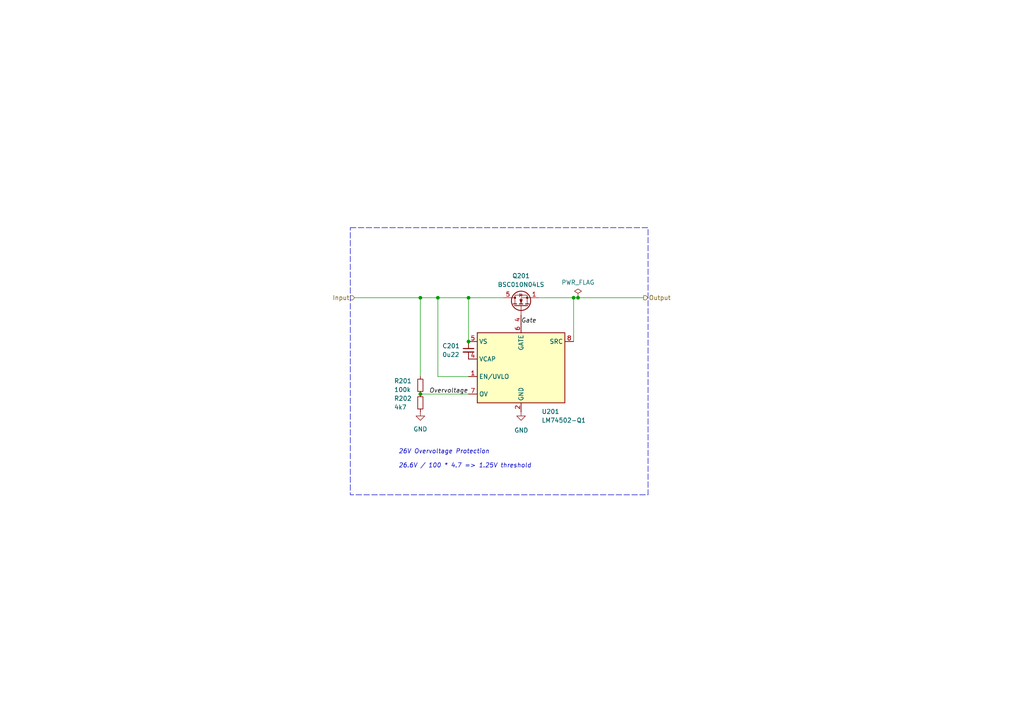
<source format=kicad_sch>
(kicad_sch (version 20231120) (generator "eeschema") (generator_version "8.0")
  (paper "A4")
  (title_block (title "Polarity Protection") (date "2023-08-08") (rev "2") (company "Versio Duo"))
  (lib_symbols
    (symbol "Device:C_Small" (pin_numbers hide) (pin_names (offset 0.254) hide)
      (property "Reference" "C" (at 0.254 1.778 0))
      (property "Value" "C_Small" (at 0.254 -2.032 0))
      (symbol "C_Small_0_1"
        (polyline (pts (xy -1.524 -0.508) (xy 1.524 -0.508)) (stroke (width 0.3302)))
        (polyline (pts (xy -1.524 0.508) (xy 1.524 0.508)) (stroke (width 0.3048)))
      )
      (symbol "C_Small_1_1"
        (pin passive line (at 0 2.54 270) (length 2.032) (name "~") (number "1"))
        (pin passive line (at 0 -2.54 90) (length 2.032) (name "~") (number "2"))
      )
    )
    (symbol "Device:R_Small" (pin_numbers hide) (pin_names (offset 0.254) hide)
      (property "Reference" "R" (at 0.762 0.508 0))
      (property "Value" "R_Small" (at 0.762 -1.016 0))
      (symbol "R_Small_0_1"
        (rectangle (start -0.762 1.778) (end 0.762 -1.778) (stroke (width 0.2032)))
      )
      (symbol "R_Small_1_1"
        (pin passive line (at 0 2.54 270) (length 0.762) (name "~") (number "1"))
        (pin passive line (at 0 -2.54 90) (length 0.762) (name "~") (number "2"))
      )
    )
    (symbol "V2_Power_Management:LM74502-Q1"
      (property "Reference" "U" (at 2.54 -12.7 0))
      (property "Value" "LM74502-Q1" (at 2.54 -15.24 0))
      (symbol "LM74502-Q1_0_1"
        (rectangle (start -12.7 10.16) (end 12.7 -10.16) (stroke (width 0.254)) (fill (type background)))
      )
      (symbol "LM74502-Q1_1_1"
        (pin passive line (at -15.24 -2.54 0) (length 2.54) (name "EN/UVLO") (number "1"))
        (pin power_in line (at 0 -12.7 90) (length 2.54) (name "GND") (number "2"))
        (pin no_connect line (at 5.08 -25.4 0) (length 2.54) hide (name "") (number "3"))
        (pin bidirectional line (at -15.24 2.54 0) (length 2.54) (name "VCAP") (number "4"))
        (pin input line (at -15.24 7.62 0) (length 2.54) (name "VS") (number "5"))
        (pin output line (at 0 12.7 270) (length 2.54) (name "GATE") (number "6"))
        (pin input line (at -15.24 -7.62 0) (length 2.54) (name "OV") (number "7"))
        (pin input line (at 15.24 7.62 180) (length 2.54) (name "SRC") (number "8"))
      )
    )
    (symbol "V2_Transistor_FET:BSC010N04LS" (pin_names hide)
      (property "Reference" "Q" (at 5.08 1.905 0))
      (property "Value" "BSC010N04LS" (at 5.08 0 0))
      (symbol "BSC010N04LS_0_1"
        (polyline (pts (xy 0.254 0) (xy -2.54 0)))
        (polyline (pts (xy 0.254 1.905) (xy 0.254 -1.905)) (stroke (width 0.254)))
        (polyline (pts (xy 0.762 -1.27) (xy 0.762 -2.286)) (stroke (width 0.254)))
        (polyline (pts (xy 0.762 0.508) (xy 0.762 -0.508)) (stroke (width 0.254)))
        (polyline (pts (xy 0.762 2.286) (xy 0.762 1.27)) (stroke (width 0.254)))
        (polyline (pts (xy 2.54 2.54) (xy 2.54 1.778)))
        (polyline (pts (xy 2.54 -2.54) (xy 2.54 0) (xy 0.762 0)))
        (polyline (pts (xy 0.762 -1.778) (xy 3.302 -1.778) (xy 3.302 1.778) (xy 0.762 1.778)))
        (polyline (pts (xy 1.016 0) (xy 2.032 0.381) (xy 2.032 -0.381) (xy 1.016 0)) (fill (type outline)))
        (polyline (pts (xy 2.794 0.508) (xy 2.921 0.381) (xy 3.683 0.381) (xy 3.81 0.254)))
        (polyline (pts (xy 3.302 0.381) (xy 2.921 -0.254) (xy 3.683 -0.254) (xy 3.302 0.381)))
        (circle (center 1.651 0) (radius 2.794) (stroke (width 0.254)))
        (circle (center 2.54 -1.778) (radius 0.254) (fill (type outline)))
        (circle (center 2.54 1.778) (radius 0.254) (fill (type outline)))
      )
      (symbol "BSC010N04LS_1_1"
        (pin passive line (at 2.54 -5.08 90) (length 2.54) (name "S") (number "1"))
        (pin passive line (at -5.08 0 0) (length 2.54) (name "G") (number "4"))
        (pin passive line (at 2.54 5.08 270) (length 2.54) (name "D") (number "5"))
      )
    )
    (symbol "power:GND" (power) (pin_numbers hide) (pin_names (offset 0) hide)
      (property "Value" "GND" (at 0 -3.81 0))
      (symbol "GND_0_1"
        (polyline (pts (xy 0 0) (xy 0 -1.27) (xy 1.27 -1.27) (xy 0 -2.54) (xy -1.27 -1.27) (xy 0 -1.27)))
      )
      (symbol "GND_1_1"
        (pin power_in line (at 0 0 270) (length 0) (name "~") (number "1"))
      )
    )
    (symbol "power:PWR_FLAG" (power) (pin_numbers hide) (pin_names (offset 0) hide)
      (property "Value" "PWR_FLAG" (at 0 3.81 0))
      (symbol "PWR_FLAG_0_0"
        (pin power_out line (at 0 0 90) (length 0) (name "~") (number "1"))
      )
      (symbol "PWR_FLAG_0_1"
        (polyline (pts (xy 0 0) (xy 0 1.27) (xy -1.016 1.905) (xy 0 2.54) (xy 1.016 1.905) (xy 0 1.27)))
      )
    )
  )
  (junction (at 121.92 86.36))
  (junction (at 135.89 86.36))
  (junction (at 167.64 86.36))
  (junction (at 135.89 99.06))
  (junction (at 121.92 114.3))
  (junction (at 127 86.36))
  (junction (at 166.37 86.36))
  (wire (pts (xy 121.92 109.22) (xy 121.92 86.36)))
  (wire (pts (xy 167.64 86.36) (xy 186.69 86.36)))
  (wire (pts (xy 102.87 86.36) (xy 121.92 86.36)))
  (wire (pts (xy 127 86.36) (xy 135.89 86.36)))
  (wire (pts (xy 121.92 114.3) (xy 135.89 114.3)))
  (wire (pts (xy 156.21 86.36) (xy 166.37 86.36)))
  (wire (pts (xy 135.89 86.36) (xy 146.05 86.36)))
  (wire (pts (xy 135.89 109.22) (xy 127 109.22)))
  (wire (pts (xy 121.92 86.36) (xy 127 86.36)))
  (wire (pts (xy 166.37 86.36) (xy 167.64 86.36)))
  (wire (pts (xy 166.37 86.36) (xy 166.37 99.06)))
  (wire (pts (xy 127 109.22) (xy 127 86.36)))
  (wire (pts (xy 135.89 86.36) (xy 135.89 99.06)))
  (rectangle (start 101.6 66.04) (end 187.96 143.51) (stroke (width 0) (type dash)))
  (text "26V Overvoltage Protection\n\n26.6V / 100 * 4.7 => 1.25V threshold" (at 115.57 135.89 0) (effects (font (size 1.27 1.27) (italic yes)) (justify left bottom)))
  (label "Gate" (at 151.13 93.98 0) (effects (font (italic yes))))
  (label "Overvoltage" (at 124.46 114.3 0) (effects (font (italic yes))))
  (hierarchical_label "Input" (shape input) (at 102.87 86.36 180))
  (hierarchical_label "Output" (shape output) (at 186.69 86.36 0))
  (symbol (lib_id "V2_Transistor_FET:BSC010N04LS") (at 151.13 88.9 90) (unit 1)
    (property "Reference" "Q201" (at 151.13 80.01 90))
    (property "Value" "BSC010N04LS" (at 151.13 82.55 90))
    (property "Footprint" "V2_Package_TO_SOT_SMD:TDSON-8-FL" (effects (hide yes)))
  )
  (symbol (lib_id "power:PWR_FLAG") (at 167.64 86.36 0) (unit 1)
    (property "Reference" "#FLG0201" (effects (hide yes)))
    (property "Value" "PWR_FLAG" (at 167.64 81.915 0))
    (property "Description" "Special symbol for telling ERC where power comes from" (effects (hide yes)))
  )
  (symbol (lib_id "V2_Power_Management:LM74502-Q1") (at 151.13 106.68 0) (unit 1)
    (property "Reference" "U201" (at 157.0944 119.38 0) (effects (justify left)))
    (property "Value" "LM74502-Q1" (at 157.0944 121.92 0) (effects (justify left)))
    (property "Footprint" "V2_Package_TO_SOT_SMD:SOT-23-8" (effects (hide yes)))
    (property "Description" "Reverse Polarity Protection Controller" (effects (hide yes)))
  )
  (symbol (lib_id "Device:R_Small") (at 121.92 111.76 0) (unit 1)
    (property "Reference" "R201" (at 114.3 110.49 0) (effects (justify left)))
    (property "Value" "100k" (at 114.3 113.03 0) (effects (justify left)))
    (property "Footprint" "Resistor_SMD:R_0603_1608Metric" (effects (hide yes)))
    (property "Description" "Resistor, small symbol" (effects (hide yes)))
  )
  (symbol (lib_id "Device:C_Small") (at 135.89 101.6 0) (unit 1)
    (property "Reference" "C201" (at 128.27 100.33 0) (effects (justify left)))
    (property "Value" "0u22" (at 128.27 102.87 0) (effects (justify left)))
    (property "Footprint" "Capacitor_SMD:C_0603_1608Metric" (effects (hide yes)))
    (property "Description" "Unpolarized capacitor, small symbol" (effects (hide yes)))
  )
  (symbol (lib_id "Device:R_Small") (at 121.92 116.84 0) (unit 1)
    (property "Reference" "R202" (at 114.3 115.57 0) (effects (justify left)))
    (property "Value" "4k7" (at 114.3 118.11 0) (effects (justify left)))
    (property "Footprint" "Resistor_SMD:R_0603_1608Metric" (effects (hide yes)))
    (property "Description" "Resistor, small symbol" (effects (hide yes)))
  )
  (symbol (lib_id "power:GND") (at 151.13 119.38 0) (unit 1)
    (property "Reference" "#PWR0202" (effects (hide yes)))
    (property "Value" "GND" (at 149.15 124.81 0) (effects (justify left)))
    (property "Description" "Power symbol creates a global label with name \"GND\" , ground" (effects (hide yes)))
  )
  (symbol (lib_id "power:GND") (at 121.92 119.38 0) (unit 1)
    (property "Reference" "#PWR0201" (effects (hide yes)))
    (property "Value" "GND" (at 121.92 124.46 0))
    (property "Description" "Power symbol creates a global label with name \"GND\" , ground" (effects (hide yes)))
  )
)
</source>
